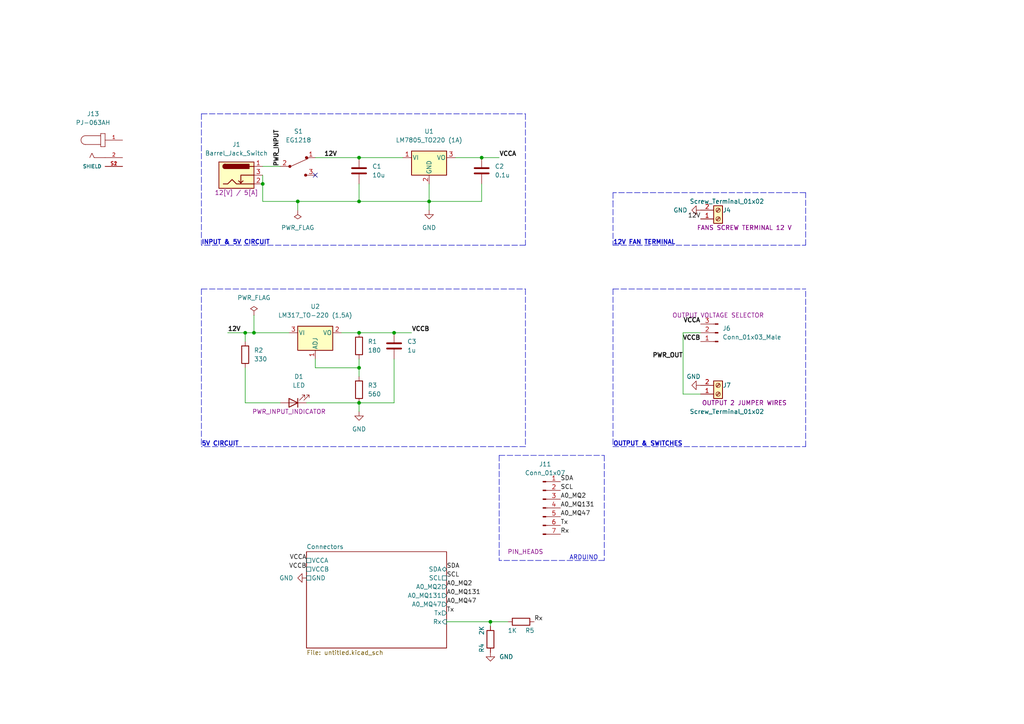
<source format=kicad_sch>
(kicad_sch (version 20211123) (generator eeschema)
  (paper "A4")
  (title_block (title "PCB power supply for sensors") (rev "1"))
  (lib_symbols
    (symbol "Connector:Barrel_Jack_Switch" (pin_names hide)
      (property "Reference" "J" (at 0 5.334 0))
      (property "Value" "Barrel_Jack_Switch" (at 0 -5.08 0))
      (symbol "Barrel_Jack_Switch_0_1"
        (rectangle (start -5.08 3.81) (end 5.08 -3.81) (stroke (width 0.254)) (fill (type background)))
        (arc (start -3.302 3.175) (mid -3.937 2.54) (end -3.302 1.905) (stroke (width 0.254)))
        (arc (start -3.302 3.175) (mid -3.937 2.54) (end -3.302 1.905) (stroke (width 0.254)) (fill (type outline)))
        (polyline (pts (xy 1.27 -2.286) (xy 1.905 -1.651)) (stroke (width 0.254)))
        (polyline (pts (xy 5.08 2.54) (xy 3.81 2.54)) (stroke (width 0.254)))
        (polyline (pts (xy 5.08 0) (xy 1.27 0) (xy 1.27 -2.286) (xy 0.635 -1.651)) (stroke (width 0.254)))
        (polyline (pts (xy -3.81 -2.54) (xy -2.54 -2.54) (xy -1.27 -1.27) (xy 0 -2.54) (xy 2.54 -2.54) (xy 5.08 -2.54)) (stroke (width 0.254)))
        (rectangle (start 3.683 3.175) (end -3.302 1.905) (stroke (width 0.254)) (fill (type outline)))
      )
      (symbol "Barrel_Jack_Switch_1_1"
        (pin passive line (at 7.62 2.54 180) (length 2.54) (name "~") (number "1"))
        (pin passive line (at 7.62 -2.54 180) (length 2.54) (name "~") (number "2"))
        (pin passive line (at 7.62 0 180) (length 2.54) (name "~") (number "3"))
      )
    )
    (symbol "Connector:Conn_01x03_Male" (pin_names (offset 1.016) hide)
      (property "Reference" "J" (at 0 5.08 0))
      (property "Value" "Conn_01x03_Male" (at 0 -5.08 0))
      (symbol "Conn_01x03_Male_1_1"
        (polyline (pts (xy 1.27 -2.54) (xy 0.8636 -2.54)) (stroke (width 0.1524)))
        (polyline (pts (xy 1.27 0) (xy 0.8636 0)) (stroke (width 0.1524)))
        (polyline (pts (xy 1.27 2.54) (xy 0.8636 2.54)) (stroke (width 0.1524)))
        (rectangle (start 0.8636 -2.413) (end 0 -2.667) (stroke (width 0.1524)) (fill (type outline)))
        (rectangle (start 0.8636 0.127) (end 0 -0.127) (stroke (width 0.1524)) (fill (type outline)))
        (rectangle (start 0.8636 2.667) (end 0 2.413) (stroke (width 0.1524)) (fill (type outline)))
        (pin passive line (at 5.08 2.54 180) (length 3.81) (name "Pin_1") (number "1"))
        (pin passive line (at 5.08 0 180) (length 3.81) (name "Pin_2") (number "2"))
        (pin passive line (at 5.08 -2.54 180) (length 3.81) (name "Pin_3") (number "3"))
      )
    )
    (symbol "Connector:Conn_01x07_Male" (pin_names (offset 1.016) hide)
      (property "Reference" "J" (at 0 10.16 0))
      (property "Value" "Conn_01x07_Male" (at 0 -10.16 0))
      (symbol "Conn_01x07_Male_1_1"
        (polyline (pts (xy 1.27 -7.62) (xy 0.8636 -7.62)) (stroke (width 0.1524)))
        (polyline (pts (xy 1.27 -5.08) (xy 0.8636 -5.08)) (stroke (width 0.1524)))
        (polyline (pts (xy 1.27 -2.54) (xy 0.8636 -2.54)) (stroke (width 0.1524)))
        (polyline (pts (xy 1.27 0) (xy 0.8636 0)) (stroke (width 0.1524)))
        (polyline (pts (xy 1.27 2.54) (xy 0.8636 2.54)) (stroke (width 0.1524)))
        (polyline (pts (xy 1.27 5.08) (xy 0.8636 5.08)) (stroke (width 0.1524)))
        (polyline (pts (xy 1.27 7.62) (xy 0.8636 7.62)) (stroke (width 0.1524)))
        (rectangle (start 0.8636 -7.493) (end 0 -7.747) (stroke (width 0.1524)) (fill (type outline)))
        (rectangle (start 0.8636 -4.953) (end 0 -5.207) (stroke (width 0.1524)) (fill (type outline)))
        (rectangle (start 0.8636 -2.413) (end 0 -2.667) (stroke (width 0.1524)) (fill (type outline)))
        (rectangle (start 0.8636 0.127) (end 0 -0.127) (stroke (width 0.1524)) (fill (type outline)))
        (rectangle (start 0.8636 2.667) (end 0 2.413) (stroke (width 0.1524)) (fill (type outline)))
        (rectangle (start 0.8636 5.207) (end 0 4.953) (stroke (width 0.1524)) (fill (type outline)))
        (rectangle (start 0.8636 7.747) (end 0 7.493) (stroke (width 0.1524)) (fill (type outline)))
        (pin passive line (at 5.08 7.62 180) (length 3.81) (name "Pin_1") (number "1"))
        (pin passive line (at 5.08 5.08 180) (length 3.81) (name "Pin_2") (number "2"))
        (pin passive line (at 5.08 2.54 180) (length 3.81) (name "Pin_3") (number "3"))
        (pin passive line (at 5.08 0 180) (length 3.81) (name "Pin_4") (number "4"))
        (pin passive line (at 5.08 -2.54 180) (length 3.81) (name "Pin_5") (number "5"))
        (pin passive line (at 5.08 -5.08 180) (length 3.81) (name "Pin_6") (number "6"))
        (pin passive line (at 5.08 -7.62 180) (length 3.81) (name "Pin_7") (number "7"))
      )
    )
    (symbol "Connector:Screw_Terminal_01x02" (pin_names (offset 1.016) hide)
      (property "Reference" "J" (at 0 2.54 0))
      (property "Value" "Screw_Terminal_01x02" (at 0 -5.08 0))
      (symbol "Screw_Terminal_01x02_1_1"
        (rectangle (start -1.27 1.27) (end 1.27 -3.81) (stroke (width 0.254)) (fill (type background)))
        (circle (center 0 -2.54) (radius 0.635) (stroke (width 0.1524)))
        (polyline (pts (xy -0.5334 -2.2098) (xy 0.3302 -3.048)) (stroke (width 0.1524)))
        (polyline (pts (xy -0.5334 0.3302) (xy 0.3302 -0.508)) (stroke (width 0.1524)))
        (polyline (pts (xy -0.3556 -2.032) (xy 0.508 -2.8702)) (stroke (width 0.1524)))
        (polyline (pts (xy -0.3556 0.508) (xy 0.508 -0.3302)) (stroke (width 0.1524)))
        (circle (center 0 0) (radius 0.635) (stroke (width 0.1524)))
        (pin passive line (at -5.08 0 0) (length 3.81) (name "Pin_1") (number "1"))
        (pin passive line (at -5.08 -2.54 0) (length 3.81) (name "Pin_2") (number "2"))
      )
    )
    (symbol "Device:C" (pin_numbers hide) (pin_names (offset 0.254))
      (property "Reference" "C" (at 0.635 2.54 0))
      (property "Value" "C" (at 0.635 -2.54 0))
      (symbol "C_0_1"
        (polyline (pts (xy -2.032 -0.762) (xy 2.032 -0.762)) (stroke (width 0.508)))
        (polyline (pts (xy -2.032 0.762) (xy 2.032 0.762)) (stroke (width 0.508)))
      )
      (symbol "C_1_1"
        (pin passive line (at 0 3.81 270) (length 2.794) (name "~") (number "1"))
        (pin passive line (at 0 -3.81 90) (length 2.794) (name "~") (number "2"))
      )
    )
    (symbol "Device:LED" (pin_numbers hide) (pin_names (offset 1.016) hide)
      (property "Reference" "D" (at 0 2.54 0))
      (property "Value" "LED" (at 0 -2.54 0))
      (symbol "LED_0_1"
        (polyline (pts (xy -1.27 -1.27) (xy -1.27 1.27)) (stroke (width 0.254)))
        (polyline (pts (xy -1.27 0) (xy 1.27 0)))
        (polyline (pts (xy 1.27 -1.27) (xy 1.27 1.27) (xy -1.27 0) (xy 1.27 -1.27)) (stroke (width 0.254)))
        (polyline (pts (xy -3.048 -0.762) (xy -4.572 -2.286) (xy -3.81 -2.286) (xy -4.572 -2.286) (xy -4.572 -1.524)))
        (polyline (pts (xy -1.778 -0.762) (xy -3.302 -2.286) (xy -2.54 -2.286) (xy -3.302 -2.286) (xy -3.302 -1.524)))
      )
      (symbol "LED_1_1"
        (pin passive line (at -3.81 0 0) (length 2.54) (name "K") (number "1"))
        (pin passive line (at 3.81 0 180) (length 2.54) (name "A") (number "2"))
      )
    )
    (symbol "Device:R" (pin_numbers hide) (pin_names (offset 0))
      (property "Reference" "R" (at 2.032 0 90))
      (property "Value" "R" (at 0 0 90))
      (symbol "R_0_1"
        (rectangle (start -1.016 -2.54) (end 1.016 2.54) (stroke (width 0.254)))
      )
      (symbol "R_1_1"
        (pin passive line (at 0 3.81 270) (length 1.27) (name "~") (number "1"))
        (pin passive line (at 0 -3.81 90) (length 1.27) (name "~") (number "2"))
      )
    )
    (symbol "PJ-063AH:PJ-063AH" (pin_names (offset 1.016))
      (property "Reference" "J" (at -7.62 5.08 0))
      (property "Value" "PJ-063AH" (at -7.62 -10.1854 0))
      (symbol "PJ-063AH_0_0"
        (arc (start -5.715 3.81) (mid -6.985 2.54) (end -5.715 1.27) (stroke (width 0.1524)))
        (polyline (pts (xy -5.715 3.81) (xy -1.27 3.81)) (stroke (width 0.1524)))
        (polyline (pts (xy -3.81 -1.27) (xy -4.445 -2.54)) (stroke (width 0.1524)))
        (polyline (pts (xy -3.175 -2.54) (xy -3.81 -1.27)) (stroke (width 0.1524)))
        (polyline (pts (xy -1.27 0.635) (xy 0 0.635)) (stroke (width 0.1524)))
        (polyline (pts (xy -1.27 1.27) (xy -5.715 1.27)) (stroke (width 0.1524)))
        (polyline (pts (xy -1.27 1.27) (xy -1.27 0.635)) (stroke (width 0.1524)))
        (polyline (pts (xy -1.27 3.81) (xy -1.27 1.27)) (stroke (width 0.1524)))
        (polyline (pts (xy -1.27 4.445) (xy -1.27 3.81)) (stroke (width 0.1524)))
        (polyline (pts (xy 0 -2.54) (xy -3.175 -2.54)) (stroke (width 0.1524)))
        (polyline (pts (xy 0 0.635) (xy 0 4.445)) (stroke (width 0.1524)))
        (polyline (pts (xy 0 4.445) (xy -1.27 4.445)) (stroke (width 0.1524)))
        (pin passive line (at 5.08 2.54 180) (length 5.08) (name "~") (number "1"))
        (pin passive line (at 5.08 -2.54 180) (length 5.08) (name "~") (number "2"))
        (pin power_in line (at 5.08 -5.08 180) (length 5.08) (name "SHIELD") (number "S1"))
        (pin power_in line (at 5.08 -5.08 180) (length 5.08) (name "SHIELD") (number "S2"))
      )
    )
    (symbol "Regulator_Linear:LM317_TO-220" (pin_names (offset 0.254))
      (property "Reference" "U" (at -3.81 3.175 0))
      (property "Value" "LM317_TO-220" (at 0 3.175 0))
      (symbol "LM317_TO-220_0_1"
        (rectangle (start -5.08 1.905) (end 5.08 -5.08) (stroke (width 0.254)) (fill (type background)))
      )
      (symbol "LM317_TO-220_1_1"
        (pin input line (at 0 -7.62 90) (length 2.54) (name "ADJ") (number "1"))
        (pin power_out line (at 7.62 0 180) (length 2.54) (name "VO") (number "2"))
        (pin power_in line (at -7.62 0 0) (length 2.54) (name "VI") (number "3"))
      )
    )
    (symbol "Regulator_Linear:LM7805_TO220" (pin_names (offset 0.254))
      (property "Reference" "U" (at -3.81 3.175 0))
      (property "Value" "LM7805_TO220" (at 0 3.175 0))
      (symbol "LM7805_TO220_0_1"
        (rectangle (start -5.08 1.905) (end 5.08 -5.08) (stroke (width 0.254)) (fill (type background)))
      )
      (symbol "LM7805_TO220_1_1"
        (pin power_in line (at -7.62 0 0) (length 2.54) (name "VI") (number "1"))
        (pin power_in line (at 0 -7.62 90) (length 2.54) (name "GND") (number "2"))
        (pin power_out line (at 7.62 0 180) (length 2.54) (name "VO") (number "3"))
      )
    )
    (symbol "digkey_slide_switch:EG1218" (pin_names (offset 0))
      (property "Reference" "S" (at -3.81 2.286 0))
      (property "Value" "EG1218" (at 0 -5.334 0))
      (symbol "EG1218_0_1"
        (circle (center -2.286 0) (radius 0.3556) (fill (type outline)))
        (polyline (pts (xy -2.032 0) (xy 3.048 2.286)))
        (circle (center 2.286 -2.54) (radius 0.3556) (fill (type outline)))
        (circle (center 2.54 2.54) (radius 0.3556) (fill (type outline)))
      )
      (symbol "EG1218_1_1"
        (pin passive line (at 5.08 2.54 180) (length 2.54) (name "~") (number "1"))
        (pin passive line (at -5.08 0 0) (length 2.54) (name "~") (number "2"))
        (pin passive line (at 5.08 -2.54 180) (length 2.54) (name "~") (number "3"))
      )
    )
    (symbol "power:GND" (power) (pin_names (offset 0))
      (property "Value" "GND" (at 0 -3.81 0))
      (symbol "GND_0_1"
        (polyline (pts (xy 0 0) (xy 0 -1.27) (xy 1.27 -1.27) (xy 0 -2.54) (xy -1.27 -1.27) (xy 0 -1.27)))
      )
      (symbol "GND_1_1"
        (pin power_in line (at 0 0 270) (length 0) hide (name "GND") (number "1"))
      )
    )
    (symbol "power:PWR_FLAG" (power) (pin_numbers hide) (pin_names (offset 0) hide)
      (property "Value" "PWR_FLAG" (at 0 3.81 0))
      (symbol "PWR_FLAG_0_0"
        (pin power_out line (at 0 0 90) (length 0) (name "pwr") (number "1"))
      )
      (symbol "PWR_FLAG_0_1"
        (polyline (pts (xy 0 0) (xy 0 1.27) (xy -1.016 1.905) (xy 0 2.54) (xy 1.016 1.905) (xy 0 1.27)))
      )
    )
  )
  (junction (at 86.36 58.42))
  (junction (at 142.24 180.34))
  (junction (at 104.14 116.84))
  (junction (at 124.46 58.42))
  (junction (at 104.14 96.52))
  (junction (at 104.14 106.68))
  (junction (at 114.3 96.52))
  (junction (at 73.66 96.52))
  (junction (at 104.14 58.42))
  (junction (at 139.7 45.72))
  (junction (at 71.12 96.52))
  (junction (at 76.2 53.34))
  (junction (at 104.14 45.72))
  (no_connect (at 91.44 50.8))
  (polyline (pts (xy 233.68 55.88) (xy 177.8 55.88)))
  (polyline (pts (xy 177.8 55.88) (xy 177.8 58.42)))
  (wire (pts (xy 114.3 96.52) (xy 119.38 96.52)))
  (polyline (pts (xy 177.8 83.82) (xy 233.68 83.82)))
  (polyline (pts (xy 144.78 132.08) (xy 144.78 162.56)))
  (polyline (pts (xy 233.68 71.12) (xy 233.68 55.88)))
  (wire (pts (xy 91.44 106.68) (xy 104.14 106.68)))
  (wire (pts (xy 132.08 45.72) (xy 139.7 45.72)))
  (polyline (pts (xy 177.8 83.82) (xy 177.8 129.54)))
  (polyline (pts (xy 58.42 33.02) (xy 58.42 71.12)))
  (wire (pts (xy 104.14 53.34) (xy 104.14 58.42)))
  (polyline (pts (xy 233.68 129.54) (xy 233.68 83.82)))
  (wire (pts (xy 88.9 116.84) (xy 104.14 116.84)))
  (polyline (pts (xy 175.26 162.56) (xy 144.78 162.56)))
  (wire (pts (xy 73.66 91.44) (xy 73.66 96.52)))
  (polyline (pts (xy 58.42 83.82) (xy 58.42 129.54)))
  (wire (pts (xy 86.36 58.42) (xy 104.14 58.42)))
  (polyline (pts (xy 152.4 129.54) (xy 58.42 129.54)))
  (wire (pts (xy 124.46 58.42) (xy 139.7 58.42)))
  (wire (pts (xy 76.2 48.26) (xy 81.28 48.26)))
  (wire (pts (xy 104.14 116.84) (xy 104.14 119.38)))
  (wire (pts (xy 104.14 104.14) (xy 104.14 106.68)))
  (wire (pts (xy 104.14 106.68) (xy 104.14 109.22)))
  (wire (pts (xy 73.66 96.52) (xy 83.82 96.52)))
  (wire (pts (xy 66.04 96.52) (xy 71.12 96.52)))
  (wire (pts (xy 71.12 106.68) (xy 71.12 116.84)))
  (polyline (pts (xy 177.8 58.42) (xy 177.8 71.12)))
  (wire (pts (xy 76.2 53.34) (xy 76.2 58.42)))
  (wire (pts (xy 86.36 58.42) (xy 86.36 60.96)))
  (wire (pts (xy 114.3 104.14) (xy 114.3 116.84)))
  (wire (pts (xy 124.46 58.42) (xy 124.46 60.96)))
  (polyline (pts (xy 58.42 83.82) (xy 152.4 83.82)))
  (wire (pts (xy 99.06 96.52) (xy 104.14 96.52)))
  (wire (pts (xy 142.24 181.61) (xy 142.24 180.34)))
  (wire (pts (xy 203.2 114.3) (xy 198.12 114.3)))
  (polyline (pts (xy 152.4 33.02) (xy 152.4 71.12)))
  (wire (pts (xy 139.7 53.34) (xy 139.7 58.42)))
  (wire (pts (xy 104.14 58.42) (xy 124.46 58.42)))
  (wire (pts (xy 198.12 96.52) (xy 203.2 96.52)))
  (wire (pts (xy 91.44 104.14) (xy 91.44 106.68)))
  (wire (pts (xy 76.2 58.42) (xy 86.36 58.42)))
  (wire (pts (xy 139.7 45.72) (xy 144.78 45.72)))
  (wire (pts (xy 71.12 96.52) (xy 71.12 99.06)))
  (wire (pts (xy 198.12 96.52) (xy 198.12 114.3)))
  (wire (pts (xy 71.12 96.52) (xy 73.66 96.52)))
  (polyline (pts (xy 144.78 132.08) (xy 175.26 132.08)))
  (polyline (pts (xy 152.4 83.82) (xy 152.4 129.54)))
  (wire (pts (xy 129.54 180.34) (xy 142.24 180.34)))
  (polyline (pts (xy 58.42 33.02) (xy 152.4 33.02)))
  (wire (pts (xy 76.2 50.8) (xy 76.2 53.34)))
  (wire (pts (xy 81.28 116.84) (xy 71.12 116.84)))
  (polyline (pts (xy 177.8 129.54) (xy 233.68 129.54)))
  (polyline (pts (xy 175.26 132.08) (xy 175.26 162.56)))
  (wire (pts (xy 142.24 180.34) (xy 147.32 180.34)))
  (wire (pts (xy 124.46 53.34) (xy 124.46 58.42)))
  (wire (pts (xy 104.14 45.72) (xy 116.84 45.72)))
  (polyline (pts (xy 177.8 71.12) (xy 233.68 71.12)))
  (wire (pts (xy 114.3 116.84) (xy 104.14 116.84)))
  (polyline (pts (xy 152.4 71.12) (xy 58.42 71.12)))
  (wire (pts (xy 91.44 45.72) (xy 104.14 45.72)))
  (wire (pts (xy 104.14 96.52) (xy 114.3 96.52)))
  (text "OUTPUT & SWITCHES" (at 177.8 129.54 0) (effects (font (size 1.27 1.27) bold) (justify left bottom)))
  (text "5V CIRCUIT" (at 58.42 129.54 0) (effects (font (size 1.27 1.27) bold) (justify left bottom)))
  (text "INPUT & 5V CIRCUIT" (at 58.42 71.12 0) (effects (font (size 1.27 1.27) bold) (justify left bottom)))
  (text "ARDUINO" (at 165.1 162.56 0) (effects (font (size 1.27 1.27)) (justify left bottom)))
  (text "12V FAN TERMINAL" (at 177.8 71.12 0) (effects (font (size 1.27 1.27) (thickness 0.254) bold) (justify left bottom)))
  (label "Tx" (at 162.56 152.4 0))
  (label "VCCA" (at 203.2 93.98 180) (effects (font bold)))
  (label "A0_MQ47" (at 129.54 175.26 0))
  (label "VCCB" (at 119.38 96.52 0) (effects (font bold)))
  (label "A0_MQ2" (at 129.54 170.18 0))
  (label "VCCA" (at 88.9 162.56 180))
  (label "A0_MQ47" (at 162.56 149.86 0))
  (label "VCCB" (at 203.2 99.06 180) (effects (font bold)))
  (label "SCL" (at 162.56 142.24 0))
  (label "12V" (at 66.04 96.52 0) (effects (font bold)))
  (label "SDA" (at 162.56 139.7 0))
  (label "SDA" (at 129.54 165.1 0))
  (label "SCL" (at 129.54 167.64 0))
  (label "A0_MQ2" (at 162.56 144.78 0))
  (label "PWR_INPUT" (at 81.28 48.26 90) (effects (font bold)))
  (label "A0_MQ131" (at 129.54 172.72 0))
  (label "PWR_OUT" (at 198.12 104.14 180) (effects (font bold)))
  (label "A0_MQ131" (at 162.56 147.32 0))
  (label "Rx" (at 154.94 180.34 0))
  (label "VCCB" (at 88.9 165.1 180))
  (label "Rx" (at 162.56 154.94 0))
  (label "VCCA" (at 144.78 45.72 0) (effects (font bold)))
  (label "12V" (at 203.2 63.5 180))
  (label "12V" (at 93.98 45.72 0) (effects (font (thickness 0.254) bold)))
  (label "Tx" (at 129.54 177.8 0))
  (symbol (lib_id "Connector:Screw_Terminal_01x02") (at 208.28 114.3 0) (mirror x) (unit 1)
    (property "Reference" "J7" (at 210.82 111.76 0))
    (property "Value" "Screw_Terminal_01x02" (at 210.82 119.38 0))
    (property "Footprint" "TerminalBlock:TerminalBlock_bornier-2_P5.08mm" (effects hide))
    (property "PURPOSE" "OUTPUT 2 JUMPER WIRES" (at 215.9 116.84 0))
  )
  (symbol (lib_id "Regulator_Linear:LM317_TO-220") (at 91.44 96.52 0) (unit 1)
    (property "Reference" "U2" (at 91.44 88.9 0))
    (property "Value" "LM317_TO-220 (1,5A)" (at 91.44 91.44 0))
    (property "Footprint" "Package_TO_SOT_THT:TO-220-3_Vertical" (effects hide))
    (property "Datasheet" "http://www.ti.com/lit/ds/symlink/lm317.pdf" (effects hide))
  )
  (symbol (lib_id "Device:LED") (at 85.09 116.84 180) (unit 1)
    (property "Reference" "D1" (at 86.6775 109.22 0))
    (property "Value" "LED" (at 86.6775 111.76 0))
    (property "Footprint" "LED_SMD:LED_0805_2012Metric" (effects hide))
    (property "PURPOSE" "PWR_INPUT_INDICATOR" (at 83.82 119.38 0))
  )
  (symbol (lib_id "Device:R") (at 104.14 100.33 180) (unit 1)
    (property "Reference" "R1" (at 106.68 99.0599 0) (effects (justify right)))
    (property "Value" "180" (at 106.68 101.5999 0) (effects (justify right)))
    (property "Footprint" "Resistor_SMD:R_0805_2012Metric" (effects hide))
  )
  (symbol (lib_id "power:GND") (at 142.24 189.23 0) (unit 1)
    (property "Reference" "#PWR0106" (effects hide))
    (property "Value" "GND" (at 144.78 190.4999 0) (effects (justify left)))
  )
  (symbol (lib_id "Regulator_Linear:LM7805_TO220") (at 124.46 45.72 0) (unit 1)
    (property "Reference" "U1" (at 124.46 38.1 0))
    (property "Value" "LM7805_TO220 (1A)" (at 124.46 40.64 0))
    (property "Footprint" "Package_TO_SOT_THT:TO-220-3_Vertical" (effects hide))
    (property "Datasheet" "https://www.onsemi.cn/PowerSolutions/document/MC7800-D.PDF" (effects hide))
  )
  (symbol (lib_id "power:PWR_FLAG") (at 86.36 60.96 180) (unit 1)
    (property "Reference" "#FLG0101" (effects hide))
    (property "Value" "PWR_FLAG" (at 86.36 66.04 0))
  )
  (symbol (lib_id "power:GND") (at 88.9 167.64 270) (unit 1)
    (property "Reference" "#PWR0105" (effects hide))
    (property "Value" "GND" (at 85.09 167.6399 90) (effects (justify right)))
  )
  (symbol (lib_id "Connector:Conn_01x07_Male") (at 157.48 147.32 0) (unit 1)
    (property "Reference" "J11" (at 158.115 134.62 0))
    (property "Value" "Conn_01x07" (at 158.115 137.16 0))
    (property "Footprint" "Connector_PinSocket_2.54mm:PinSocket_1x07_P2.54mm_Vertical" (effects hide))
    (property "Purpose" "PIN_HEADS" (at 152.4 160.02 0))
  )
  (symbol (lib_id "power:GND") (at 104.14 119.38 0) (unit 1)
    (property "Reference" "#PWR0104" (effects hide))
    (property "Value" "GND" (at 104.14 124.46 0))
  )
  (symbol (lib_id "Device:C") (at 104.14 49.53 0) (unit 1)
    (property "Reference" "C1" (at 107.95 48.2599 0) (effects (justify left)))
    (property "Value" "10u" (at 107.95 50.7999 0) (effects (justify left)))
    (property "Footprint" "Capacitor_SMD:C_0805_2012Metric" (effects hide))
  )
  (symbol (lib_id "Device:R") (at 151.13 180.34 270) (unit 1)
    (property "Reference" "R5" (at 153.67 182.88 90))
    (property "Value" "1K" (at 148.59 182.88 90))
    (property "Footprint" "Resistor_SMD:R_0805_2012Metric" (effects hide))
  )
  (symbol (lib_id "power:PWR_FLAG") (at 73.66 91.44 0) (unit 1)
    (property "Reference" "#FLG0102" (effects hide))
    (property "Value" "PWR_FLAG" (at 73.66 86.36 0))
  )
  (symbol (lib_id "digkey_slide_switch:EG1218") (at 86.36 48.26 0) (unit 1)
    (property "Reference" "S1" (at 86.5632 38.1 0))
    (property "Value" "EG1218" (at 86.5632 40.64 0))
    (property "Footprint" "digkey_slide_switch:Switch_Slide_11.6x4mm_EG1218" (effects hide))
    (property "Datasheet" "http://spec_sheets.e-switch.com/specs/P040040.pdf" (effects hide))
    (property "Digi-Key_PN" "EG1903-ND" (effects hide))
    (property "MPN" "EG1218" (effects hide))
    (property "Category" "Switches" (effects hide))
    (property "Family" "Slide Switches" (effects hide))
    (property "DK_Datasheet_Link" "http://spec_sheets.e-switch.com/specs/P040040.pdf" (effects hide))
    (property "DK_Detail_Page" "/product-detail/en/e-switch/EG1218/EG1903-ND/101726" (effects hide))
    (property "Description" "SWITCH SLIDE SPDT 200MA 30V" (effects hide))
    (property "Manufacturer" "E-Switch" (effects hide))
    (property "Status" "Active" (effects hide))
  )
  (symbol (lib_id "Device:C") (at 114.3 100.33 0) (unit 1)
    (property "Reference" "C3" (at 118.11 99.0599 0) (effects (justify left)))
    (property "Value" "1u" (at 118.11 101.5999 0) (effects (justify left)))
    (property "Footprint" "Capacitor_SMD:C_0805_2012Metric" (effects hide))
  )
  (symbol (lib_id "power:GND") (at 203.2 111.76 270) (unit 1)
    (property "Reference" "#PWR0101" (effects hide))
    (property "Value" "GND" (at 203.2 109.22 90) (effects (justify right)))
  )
  (symbol (lib_id "Device:R") (at 71.12 102.87 180) (unit 1)
    (property "Reference" "R2" (at 73.66 101.5999 0) (effects (justify right)))
    (property "Value" "330" (at 73.66 104.1399 0) (effects (justify right)))
    (property "Footprint" "Resistor_SMD:R_0805_2012Metric" (effects hide))
  )
  (symbol (lib_id "Device:R") (at 142.24 185.42 180) (unit 1)
    (property "Reference" "R4" (at 139.7 187.96 90))
    (property "Value" "2K" (at 139.7 182.88 90))
    (property "Footprint" "Resistor_SMD:R_0805_2012Metric" (effects hide))
  )
  (symbol (lib_id "PJ-063AH:PJ-063AH") (at 30.48 43.18 0) (unit 1)
    (property "Reference" "J13" (at 26.9875 33.02 0))
    (property "Value" "PJ-063AH" (at 26.9875 35.56 0))
    (property "Footprint" "Connector_BarrelJack:BarrelJack_CUI_PJ-063AH_Horizontal" (effects hide))
    (property "PARTREV" "1.02" (effects hide))
    (property "MANUFACTURER" "CUI INC" (effects hide))
    (property "STANDARD" "Manufacturer recommendations" (effects hide))
  )
  (symbol (lib_id "Connector:Screw_Terminal_01x02") (at 208.28 63.5 0) (mirror x) (unit 1)
    (property "Reference" "J4" (at 210.82 60.96 0))
    (property "Value" "Screw_Terminal_01x02" (at 210.82 58.42 0))
    (property "Footprint" "TerminalBlock:TerminalBlock_bornier-2_P5.08mm" (effects hide))
    (property "PURPOSE" "FANS SCREW TERMINAL 12 V" (at 215.9 66.04 0))
  )
  (symbol (lib_id "power:GND") (at 124.46 60.96 0) (unit 1)
    (property "Reference" "#PWR0103" (effects hide))
    (property "Value" "GND" (at 124.46 66.04 0))
  )
  (symbol (lib_id "Connector:Conn_01x03_Male") (at 208.28 96.52 180) (unit 1)
    (property "Reference" "J6" (at 209.55 95.2499 0) (effects (justify right)))
    (property "Value" "Conn_01x03_Male" (at 209.55 97.7899 0) (effects (justify right)))
    (property "Footprint" "Connector_PinHeader_2.54mm:PinHeader_1x03_P2.54mm_Vertical" (effects hide))
    (property "PURPOSE" "OUTPUT VOLTAGE SELECTOR" (at 208.28 91.44 0))
  )
  (symbol (lib_id "Connector:Barrel_Jack_Switch") (at 68.58 50.8 0) (unit 1)
    (property "Reference" "J1" (at 68.58 41.91 0))
    (property "Value" "Barrel_Jack_Switch" (at 68.58 44.45 0))
    (property "Footprint" "PJ-059AH:CUI_PJ-059AH" (effects hide))
    (property "PI_PLUG" "https://www.amazon.com/HitLights-Transformer-UL-Listed-Lighting-Adapter/dp/B007ME2HMQ/ref=sr_1_1_sspa?keywords=12v+dc+plug&qid=1653777105&sr=8-1-spons&psc=1&spLa=ZW5jcnlwdGVkUXVhbGlmaWVyPUFSWDBMWlFIOEk0SlgmZW5jcnlwdGVkSWQ9QTAzNTIwNzEyUTYzMFFHNTJEQjAzJmVuY3J5cHRlZEFkSWQ9QTAyOTk3ODIxR1JHUDE2MzlJRzU0JndpZGdldE5hbWU9c3BfYXRmJmFjdGlvbj1jbGlja1JlZGlyZWN0JmRvTm90TG9nQ2xpY2s9dHJ1ZQ==" (effects hide))
    (property "SUGGESTED" "12[V] / 5[A]" (at 68.58 55.88 0))
    (property "PWR_SUPP" "https://www.cableworks.gr/ilektronika/power-supply/oem/12v-3a-dc-power-supply-with-barrel-jack/" (effects hide))
    (property "ALTERNATIVE_PWR_SUP" "https://www.beegadget.gr/index.php?route=product%2Fproduct&product_id=21497&ref=bestprice.gr" (effects hide))
    (property "M. DIMENSIONS" "2.0 x 5.5 [mm]" (effects hide))
  )
  (symbol (lib_id "power:GND") (at 203.2 60.96 270) (unit 1)
    (property "Reference" "#PWR0102" (effects hide))
    (property "Value" "GND" (at 199.39 60.9599 90) (effects (justify right)))
  )
  (symbol (lib_id "Device:C") (at 139.7 49.53 0) (unit 1)
    (property "Reference" "C2" (at 143.51 48.2599 0) (effects (justify left)))
    (property "Value" "0.1u" (at 143.51 50.7999 0) (effects (justify left)))
    (property "Footprint" "Capacitor_SMD:C_0805_2012Metric" (effects hide))
  )
  (symbol (lib_id "Device:R") (at 104.14 113.03 180) (unit 1)
    (property "Reference" "R3" (at 106.68 111.7599 0) (effects (justify right)))
    (property "Value" "560" (at 106.68 114.2999 0) (effects (justify right)))
    (property "Footprint" "Resistor_SMD:R_0805_2012Metric" (effects hide))
  )
  (sheet (at 88.9 160.02) (size 40.64 27.94) (stroke (width 0.1524))
    (property "Sheet name" "Connectors" (at 88.9 159.3084 0) (effects (justify left bottom)))
    (property "Sheet file" "untitled.kicad_sch" (at 88.9 188.5446 0) (effects (justify left top)))
    (pin "SDA" bidirectional (at 129.54 165.1 0))
    (pin "SCL" passive (at 129.54 167.64 0))
    (pin "GND" passive (at 88.9 167.64 180))
    (pin "VCCA" passive (at 88.9 162.56 180))
    (pin "VCCB" passive (at 88.9 165.1 180))
    (pin "A0_MQ2" output (at 129.54 170.18 0))
    (pin "A0_MQ131" output (at 129.54 172.72 0))
    (pin "Tx" output (at 129.54 177.8 0))
    (pin "Rx" input (at 129.54 180.34 0))
    (pin "A0_MQ47" output (at 129.54 175.26 0))
  )
)
</source>
